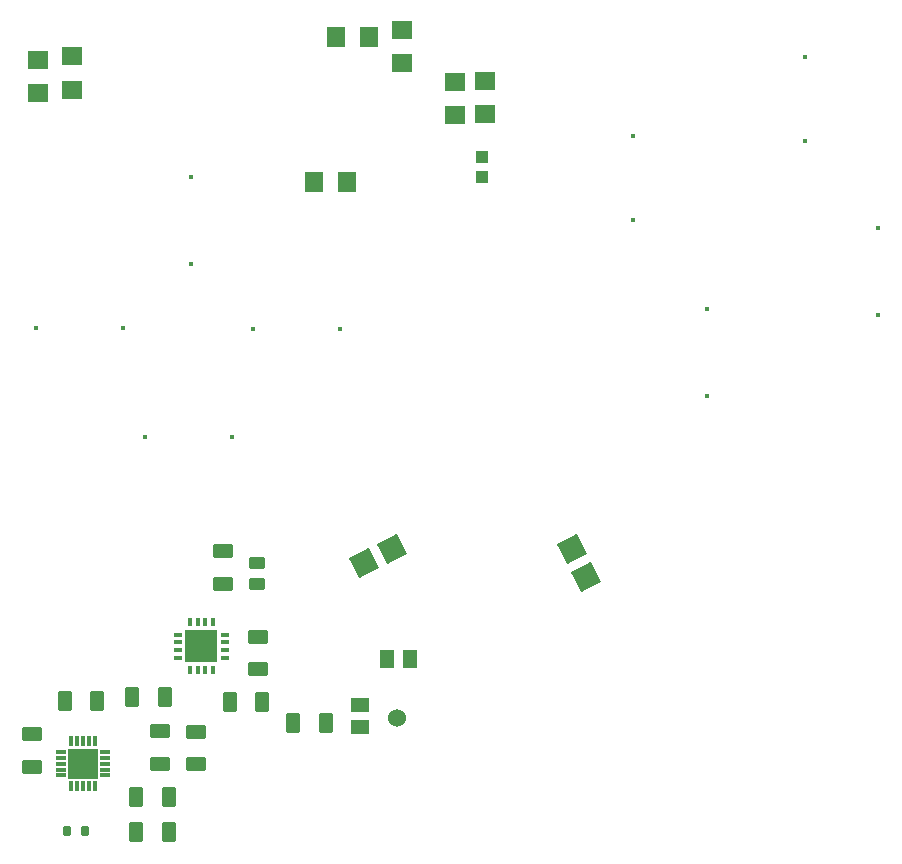
<source format=gtp>
G04 Layer_Color=8421504*
%FSLAX44Y44*%
%MOMM*%
G71*
G01*
G75*
%ADD10R,1.8001X1.5999*%
%ADD11C,1.5240*%
%ADD12R,0.4000X0.4000*%
%ADD13R,0.4000X0.4064*%
%ADD14R,0.4064X0.4000*%
G04:AMPARAMS|DCode=15|XSize=1.75mm|YSize=1.25mm|CornerRadius=0.3125mm|HoleSize=0mm|Usage=FLASHONLY|Rotation=270.000|XOffset=0mm|YOffset=0mm|HoleType=Round|Shape=RoundedRectangle|*
%AMROUNDEDRECTD15*
21,1,1.7500,0.6250,0,0,270.0*
21,1,1.1250,1.2500,0,0,270.0*
1,1,0.6250,-0.3125,-0.5625*
1,1,0.6250,-0.3125,0.5625*
1,1,0.6250,0.3125,0.5625*
1,1,0.6250,0.3125,-0.5625*
%
%ADD15ROUNDEDRECTD15*%
G04:AMPARAMS|DCode=16|XSize=1.75mm|YSize=1.25mm|CornerRadius=0.3125mm|HoleSize=0mm|Usage=FLASHONLY|Rotation=0.000|XOffset=0mm|YOffset=0mm|HoleType=Round|Shape=RoundedRectangle|*
%AMROUNDEDRECTD16*
21,1,1.7500,0.6250,0,0,0.0*
21,1,1.1250,1.2500,0,0,0.0*
1,1,0.6250,0.5625,-0.3125*
1,1,0.6250,-0.5625,-0.3125*
1,1,0.6250,-0.5625,0.3125*
1,1,0.6250,0.5625,0.3125*
%
%ADD16ROUNDEDRECTD16*%
G04:AMPARAMS|DCode=17|XSize=0.6mm|YSize=0.9mm|CornerRadius=0.15mm|HoleSize=0mm|Usage=FLASHONLY|Rotation=0.000|XOffset=0mm|YOffset=0mm|HoleType=Round|Shape=RoundedRectangle|*
%AMROUNDEDRECTD17*
21,1,0.6000,0.6000,0,0,0.0*
21,1,0.3000,0.9000,0,0,0.0*
1,1,0.3000,0.1500,-0.3000*
1,1,0.3000,-0.1500,-0.3000*
1,1,0.3000,-0.1500,0.3000*
1,1,0.3000,0.1500,0.3000*
%
%ADD17ROUNDEDRECTD17*%
%ADD18R,1.3000X1.5001*%
%ADD19R,1.5001X1.3000*%
G04:AMPARAMS|DCode=20|XSize=1.4mm|YSize=1.1mm|CornerRadius=0.275mm|HoleSize=0mm|Usage=FLASHONLY|Rotation=0.000|XOffset=0mm|YOffset=0mm|HoleType=Round|Shape=RoundedRectangle|*
%AMROUNDEDRECTD20*
21,1,1.4000,0.5500,0,0,0.0*
21,1,0.8500,1.1000,0,0,0.0*
1,1,0.5500,0.4250,-0.2750*
1,1,0.5500,-0.4250,-0.2750*
1,1,0.5500,-0.4250,0.2750*
1,1,0.5500,0.4250,0.2750*
%
%ADD20ROUNDEDRECTD20*%
%ADD21P,2.6941X4X72.5*%
%ADD22R,1.5999X1.8001*%
%ADD23R,1.0000X1.1001*%
%ADD24R,0.3500X0.8000*%
%ADD25R,0.8000X0.3500*%
%ADD26R,2.8000X2.8000*%
%ADD27R,0.3050X0.8130*%
%ADD28R,0.8130X0.3050*%
%ADD29R,2.5000X2.5000*%
D10*
X627250Y707000D02*
D03*
Y735001D02*
D03*
X303000Y728250D02*
D03*
Y756251D02*
D03*
X582750Y779000D02*
D03*
Y751000D02*
D03*
X274250Y753251D02*
D03*
Y725249D02*
D03*
X652750Y735751D02*
D03*
Y707749D02*
D03*
D11*
X578500Y195750D02*
D03*
D12*
X778250Y617440D02*
D03*
Y688560D02*
D03*
X923250Y684440D02*
D03*
Y755560D02*
D03*
D13*
X403750Y580420D02*
D03*
Y654080D02*
D03*
X840750Y468670D02*
D03*
Y542330D02*
D03*
X985520Y537210D02*
D03*
Y610870D02*
D03*
D14*
X529580Y525750D02*
D03*
X455920D02*
D03*
X346580Y526000D02*
D03*
X272920D02*
D03*
X438080Y434250D02*
D03*
X364420D02*
D03*
D15*
X490500Y191500D02*
D03*
X518000D02*
D03*
X324500Y210500D02*
D03*
X297000D02*
D03*
X381500Y214250D02*
D03*
X354000D02*
D03*
X464000Y209750D02*
D03*
X436500D02*
D03*
X385000Y99250D02*
D03*
X357500D02*
D03*
X385000Y129000D02*
D03*
X357500D02*
D03*
D16*
X430500Y309750D02*
D03*
Y337250D02*
D03*
X377500Y185000D02*
D03*
Y157500D02*
D03*
X408250Y184500D02*
D03*
Y157000D02*
D03*
X460750Y265000D02*
D03*
Y237500D02*
D03*
X269500Y155000D02*
D03*
Y182500D02*
D03*
D17*
X298750Y100250D02*
D03*
X313750D02*
D03*
D18*
X570000Y246250D02*
D03*
X589000D02*
D03*
D19*
X546500Y188250D02*
D03*
Y207250D02*
D03*
D20*
X460000Y327500D02*
D03*
Y310000D02*
D03*
D21*
X738442Y315743D02*
D03*
X726127Y339400D02*
D03*
X550070Y327085D02*
D03*
X573727Y339400D02*
D03*
D22*
X554501Y772500D02*
D03*
X526499D02*
D03*
X536001Y649750D02*
D03*
X507999D02*
D03*
D23*
X650250Y671249D02*
D03*
Y654251D02*
D03*
D24*
X422250Y277000D02*
D03*
X415750D02*
D03*
X409250D02*
D03*
X402750D02*
D03*
Y237000D02*
D03*
X409250D02*
D03*
X415750D02*
D03*
X422250D02*
D03*
D25*
X392500Y266750D02*
D03*
Y260250D02*
D03*
Y253750D02*
D03*
Y247250D02*
D03*
X432500D02*
D03*
Y253750D02*
D03*
Y260250D02*
D03*
Y266750D02*
D03*
D26*
X412500Y257000D02*
D03*
D27*
X302510Y138680D02*
D03*
X307340D02*
D03*
X312420D02*
D03*
X317500D02*
D03*
X322580D02*
D03*
X322330Y176280D02*
D03*
X317500D02*
D03*
X312420D02*
D03*
X307340D02*
D03*
X302510D02*
D03*
D28*
X331220Y147570D02*
D03*
Y152400D02*
D03*
Y157480D02*
D03*
Y162560D02*
D03*
Y167380D02*
D03*
X293620Y167390D02*
D03*
Y162560D02*
D03*
Y157480D02*
D03*
Y152400D02*
D03*
Y147570D02*
D03*
D29*
X312420Y157480D02*
D03*
M02*

</source>
